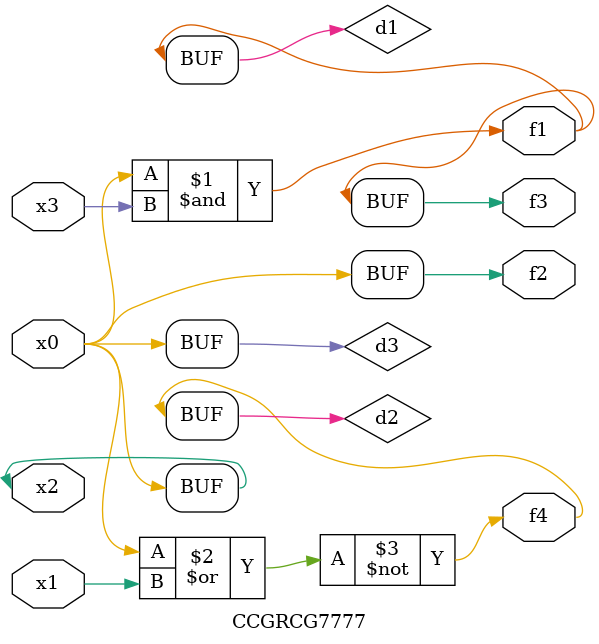
<source format=v>
module CCGRCG7777(
	input x0, x1, x2, x3,
	output f1, f2, f3, f4
);

	wire d1, d2, d3;

	and (d1, x2, x3);
	nor (d2, x0, x1);
	buf (d3, x0, x2);
	assign f1 = d1;
	assign f2 = d3;
	assign f3 = d1;
	assign f4 = d2;
endmodule

</source>
